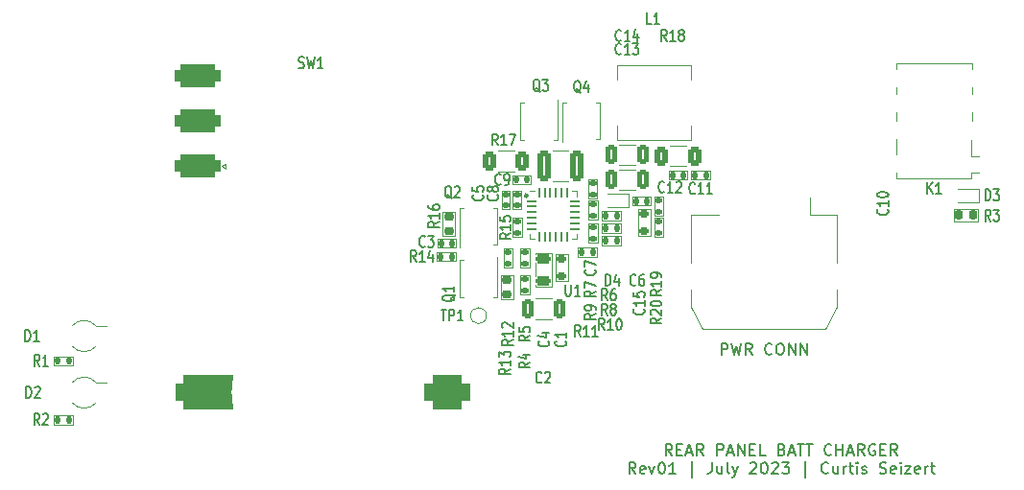
<source format=gto>
%TF.GenerationSoftware,KiCad,Pcbnew,(6.0.11)*%
%TF.CreationDate,2023-07-06T01:04:48-04:00*%
%TF.ProjectId,RP_CHG_r01,52505f43-4847-45f7-9230-312e6b696361,rev?*%
%TF.SameCoordinates,Original*%
%TF.FileFunction,Legend,Top*%
%TF.FilePolarity,Positive*%
%FSLAX46Y46*%
G04 Gerber Fmt 4.6, Leading zero omitted, Abs format (unit mm)*
G04 Created by KiCad (PCBNEW (6.0.11)) date 2023-07-06 01:04:48*
%MOMM*%
%LPD*%
G01*
G04 APERTURE LIST*
G04 Aperture macros list*
%AMRoundRect*
0 Rectangle with rounded corners*
0 $1 Rounding radius*
0 $2 $3 $4 $5 $6 $7 $8 $9 X,Y pos of 4 corners*
0 Add a 4 corners polygon primitive as box body*
4,1,4,$2,$3,$4,$5,$6,$7,$8,$9,$2,$3,0*
0 Add four circle primitives for the rounded corners*
1,1,$1+$1,$2,$3*
1,1,$1+$1,$4,$5*
1,1,$1+$1,$6,$7*
1,1,$1+$1,$8,$9*
0 Add four rect primitives between the rounded corners*
20,1,$1+$1,$2,$3,$4,$5,0*
20,1,$1+$1,$4,$5,$6,$7,0*
20,1,$1+$1,$6,$7,$8,$9,0*
20,1,$1+$1,$8,$9,$2,$3,0*%
%AMFreePoly0*
4,1,21,1.372500,0.787500,0.862500,0.787500,0.862500,0.532500,1.372500,0.532500,1.372500,0.127500,0.862500,0.127500,0.862500,-0.127500,1.372500,-0.127500,1.372500,-0.532500,0.862500,-0.532500,0.862500,-0.787500,1.372500,-0.787500,1.372500,-1.195000,0.612500,-1.195000,0.612500,-1.117500,-0.862500,-1.117500,-0.862500,1.117500,0.612500,1.117500,0.612500,1.195000,1.372500,1.195000,
1.372500,0.787500,1.372500,0.787500,$1*%
G04 Aperture macros list end*
%ADD10C,0.150000*%
%ADD11C,0.225000*%
%ADD12C,0.120000*%
%ADD13RoundRect,0.062500X-0.375000X-0.062500X0.375000X-0.062500X0.375000X0.062500X-0.375000X0.062500X0*%
%ADD14RoundRect,0.062500X-0.062500X-0.375000X0.062500X-0.375000X0.062500X0.375000X-0.062500X0.375000X0*%
%ADD15R,2.500000X2.500000*%
%ADD16RoundRect,0.750000X-1.250000X-0.750000X1.250000X-0.750000X1.250000X0.750000X-1.250000X0.750000X0*%
%ADD17RoundRect,0.750000X-2.250000X-0.750000X2.250000X-0.750000X2.250000X0.750000X-2.250000X0.750000X0*%
%ADD18C,14.000000*%
%ADD19RoundRect,0.500000X1.500000X0.500000X-1.500000X0.500000X-1.500000X-0.500000X1.500000X-0.500000X0*%
%ADD20RoundRect,0.135000X0.185000X-0.135000X0.185000X0.135000X-0.185000X0.135000X-0.185000X-0.135000X0*%
%ADD21RoundRect,0.150000X0.150000X0.300000X-0.150000X0.300000X-0.150000X-0.300000X0.150000X-0.300000X0*%
%ADD22RoundRect,0.135000X0.135000X0.185000X-0.135000X0.185000X-0.135000X-0.185000X0.135000X-0.185000X0*%
%ADD23R,1.800000X0.800000*%
%ADD24C,7.500000*%
%ADD25R,0.600000X0.700000*%
%ADD26C,2.100000*%
%ADD27R,0.500000X0.700000*%
%ADD28R,1.270000X2.920000*%
%ADD29R,3.430000X1.650000*%
%ADD30FreePoly0,90.000000*%
%ADD31R,0.405000X0.990000*%
%ADD32RoundRect,0.250000X0.312500X0.625000X-0.312500X0.625000X-0.312500X-0.625000X0.312500X-0.625000X0*%
%ADD33RoundRect,0.217391X-0.282609X-0.657609X0.282609X-0.657609X0.282609X0.657609X-0.282609X0.657609X0*%
%ADD34C,7.000000*%
%ADD35RoundRect,0.140000X-0.170000X0.140000X-0.170000X-0.140000X0.170000X-0.140000X0.170000X0.140000X0*%
%ADD36RoundRect,0.140000X0.140000X0.170000X-0.140000X0.170000X-0.140000X-0.170000X0.140000X-0.170000X0*%
%ADD37RoundRect,0.200000X-0.475000X0.200000X-0.475000X-0.200000X0.475000X-0.200000X0.475000X0.200000X0*%
%ADD38RoundRect,0.217391X0.282609X0.657609X-0.282609X0.657609X-0.282609X-0.657609X0.282609X-0.657609X0*%
%ADD39RoundRect,0.140000X0.170000X-0.140000X0.170000X0.140000X-0.170000X0.140000X-0.170000X-0.140000X0*%
%ADD40RoundRect,0.175000X-0.275000X0.175000X-0.275000X-0.175000X0.275000X-0.175000X0.275000X0.175000X0*%
%ADD41RoundRect,0.250000X-0.325000X-1.100000X0.325000X-1.100000X0.325000X1.100000X-0.325000X1.100000X0*%
%ADD42RoundRect,0.135000X-0.135000X-0.185000X0.135000X-0.185000X0.135000X0.185000X-0.135000X0.185000X0*%
%ADD43R,2.413000X3.429000*%
%ADD44RoundRect,0.150000X-0.300000X0.150000X-0.300000X-0.150000X0.300000X-0.150000X0.300000X0.150000X0*%
%ADD45RoundRect,0.140000X-0.140000X-0.170000X0.140000X-0.170000X0.140000X0.170000X-0.140000X0.170000X0*%
%ADD46RoundRect,0.135000X-0.185000X0.135000X-0.185000X-0.135000X0.185000X-0.135000X0.185000X0.135000X0*%
%ADD47FreePoly0,270.000000*%
%ADD48RoundRect,0.250000X-0.312500X-0.625000X0.312500X-0.625000X0.312500X0.625000X-0.312500X0.625000X0*%
%ADD49C,1.000000*%
%ADD50RoundRect,0.150000X0.300000X-0.150000X0.300000X0.150000X-0.300000X0.150000X-0.300000X-0.150000X0*%
G04 APERTURE END LIST*
D10*
X96284285Y-73627380D02*
X96284285Y-72627380D01*
X96665238Y-72627380D01*
X96760476Y-72675000D01*
X96808095Y-72722619D01*
X96855714Y-72817857D01*
X96855714Y-72960714D01*
X96808095Y-73055952D01*
X96760476Y-73103571D01*
X96665238Y-73151190D01*
X96284285Y-73151190D01*
X97189047Y-72627380D02*
X97427142Y-73627380D01*
X97617619Y-72913095D01*
X97808095Y-73627380D01*
X98046190Y-72627380D01*
X98998571Y-73627380D02*
X98665238Y-73151190D01*
X98427142Y-73627380D02*
X98427142Y-72627380D01*
X98808095Y-72627380D01*
X98903333Y-72675000D01*
X98950952Y-72722619D01*
X98998571Y-72817857D01*
X98998571Y-72960714D01*
X98950952Y-73055952D01*
X98903333Y-73103571D01*
X98808095Y-73151190D01*
X98427142Y-73151190D01*
X100760476Y-73532142D02*
X100712857Y-73579761D01*
X100570000Y-73627380D01*
X100474761Y-73627380D01*
X100331904Y-73579761D01*
X100236666Y-73484523D01*
X100189047Y-73389285D01*
X100141428Y-73198809D01*
X100141428Y-73055952D01*
X100189047Y-72865476D01*
X100236666Y-72770238D01*
X100331904Y-72675000D01*
X100474761Y-72627380D01*
X100570000Y-72627380D01*
X100712857Y-72675000D01*
X100760476Y-72722619D01*
X101379523Y-72627380D02*
X101570000Y-72627380D01*
X101665238Y-72675000D01*
X101760476Y-72770238D01*
X101808095Y-72960714D01*
X101808095Y-73294047D01*
X101760476Y-73484523D01*
X101665238Y-73579761D01*
X101570000Y-73627380D01*
X101379523Y-73627380D01*
X101284285Y-73579761D01*
X101189047Y-73484523D01*
X101141428Y-73294047D01*
X101141428Y-72960714D01*
X101189047Y-72770238D01*
X101284285Y-72675000D01*
X101379523Y-72627380D01*
X102236666Y-73627380D02*
X102236666Y-72627380D01*
X102808095Y-73627380D01*
X102808095Y-72627380D01*
X103284285Y-73627380D02*
X103284285Y-72627380D01*
X103855714Y-73627380D01*
X103855714Y-72627380D01*
X91950952Y-82522380D02*
X91617619Y-82046190D01*
X91379523Y-82522380D02*
X91379523Y-81522380D01*
X91760476Y-81522380D01*
X91855714Y-81570000D01*
X91903333Y-81617619D01*
X91950952Y-81712857D01*
X91950952Y-81855714D01*
X91903333Y-81950952D01*
X91855714Y-81998571D01*
X91760476Y-82046190D01*
X91379523Y-82046190D01*
X92379523Y-81998571D02*
X92712857Y-81998571D01*
X92855714Y-82522380D02*
X92379523Y-82522380D01*
X92379523Y-81522380D01*
X92855714Y-81522380D01*
X93236666Y-82236666D02*
X93712857Y-82236666D01*
X93141428Y-82522380D02*
X93474761Y-81522380D01*
X93808095Y-82522380D01*
X94712857Y-82522380D02*
X94379523Y-82046190D01*
X94141428Y-82522380D02*
X94141428Y-81522380D01*
X94522380Y-81522380D01*
X94617619Y-81570000D01*
X94665238Y-81617619D01*
X94712857Y-81712857D01*
X94712857Y-81855714D01*
X94665238Y-81950952D01*
X94617619Y-81998571D01*
X94522380Y-82046190D01*
X94141428Y-82046190D01*
X95903333Y-82522380D02*
X95903333Y-81522380D01*
X96284285Y-81522380D01*
X96379523Y-81570000D01*
X96427142Y-81617619D01*
X96474761Y-81712857D01*
X96474761Y-81855714D01*
X96427142Y-81950952D01*
X96379523Y-81998571D01*
X96284285Y-82046190D01*
X95903333Y-82046190D01*
X96855714Y-82236666D02*
X97331904Y-82236666D01*
X96760476Y-82522380D02*
X97093809Y-81522380D01*
X97427142Y-82522380D01*
X97760476Y-82522380D02*
X97760476Y-81522380D01*
X98331904Y-82522380D01*
X98331904Y-81522380D01*
X98808095Y-81998571D02*
X99141428Y-81998571D01*
X99284285Y-82522380D02*
X98808095Y-82522380D01*
X98808095Y-81522380D01*
X99284285Y-81522380D01*
X100189047Y-82522380D02*
X99712857Y-82522380D01*
X99712857Y-81522380D01*
X101617619Y-81998571D02*
X101760476Y-82046190D01*
X101808095Y-82093809D01*
X101855714Y-82189047D01*
X101855714Y-82331904D01*
X101808095Y-82427142D01*
X101760476Y-82474761D01*
X101665238Y-82522380D01*
X101284285Y-82522380D01*
X101284285Y-81522380D01*
X101617619Y-81522380D01*
X101712857Y-81570000D01*
X101760476Y-81617619D01*
X101808095Y-81712857D01*
X101808095Y-81808095D01*
X101760476Y-81903333D01*
X101712857Y-81950952D01*
X101617619Y-81998571D01*
X101284285Y-81998571D01*
X102236666Y-82236666D02*
X102712857Y-82236666D01*
X102141428Y-82522380D02*
X102474761Y-81522380D01*
X102808095Y-82522380D01*
X102998571Y-81522380D02*
X103570000Y-81522380D01*
X103284285Y-82522380D02*
X103284285Y-81522380D01*
X103760476Y-81522380D02*
X104331904Y-81522380D01*
X104046190Y-82522380D02*
X104046190Y-81522380D01*
X105998571Y-82427142D02*
X105950952Y-82474761D01*
X105808095Y-82522380D01*
X105712857Y-82522380D01*
X105569999Y-82474761D01*
X105474761Y-82379523D01*
X105427142Y-82284285D01*
X105379523Y-82093809D01*
X105379523Y-81950952D01*
X105427142Y-81760476D01*
X105474761Y-81665238D01*
X105569999Y-81570000D01*
X105712857Y-81522380D01*
X105808095Y-81522380D01*
X105950952Y-81570000D01*
X105998571Y-81617619D01*
X106427142Y-82522380D02*
X106427142Y-81522380D01*
X106427142Y-81998571D02*
X106998571Y-81998571D01*
X106998571Y-82522380D02*
X106998571Y-81522380D01*
X107427142Y-82236666D02*
X107903333Y-82236666D01*
X107331904Y-82522380D02*
X107665238Y-81522380D01*
X107998571Y-82522380D01*
X108903333Y-82522380D02*
X108570000Y-82046190D01*
X108331904Y-82522380D02*
X108331904Y-81522380D01*
X108712857Y-81522380D01*
X108808095Y-81570000D01*
X108855714Y-81617619D01*
X108903333Y-81712857D01*
X108903333Y-81855714D01*
X108855714Y-81950952D01*
X108808095Y-81998571D01*
X108712857Y-82046190D01*
X108331904Y-82046190D01*
X109855714Y-81570000D02*
X109760476Y-81522380D01*
X109617619Y-81522380D01*
X109474761Y-81570000D01*
X109379523Y-81665238D01*
X109331904Y-81760476D01*
X109284285Y-81950952D01*
X109284285Y-82093809D01*
X109331904Y-82284285D01*
X109379523Y-82379523D01*
X109474761Y-82474761D01*
X109617619Y-82522380D01*
X109712857Y-82522380D01*
X109855714Y-82474761D01*
X109903333Y-82427142D01*
X109903333Y-82093809D01*
X109712857Y-82093809D01*
X110331904Y-81998571D02*
X110665238Y-81998571D01*
X110808095Y-82522380D02*
X110331904Y-82522380D01*
X110331904Y-81522380D01*
X110808095Y-81522380D01*
X111808095Y-82522380D02*
X111474761Y-82046190D01*
X111236666Y-82522380D02*
X111236666Y-81522380D01*
X111617619Y-81522380D01*
X111712857Y-81570000D01*
X111760476Y-81617619D01*
X111808095Y-81712857D01*
X111808095Y-81855714D01*
X111760476Y-81950952D01*
X111712857Y-81998571D01*
X111617619Y-82046190D01*
X111236666Y-82046190D01*
X88736666Y-84132380D02*
X88403333Y-83656190D01*
X88165238Y-84132380D02*
X88165238Y-83132380D01*
X88546190Y-83132380D01*
X88641428Y-83180000D01*
X88689047Y-83227619D01*
X88736666Y-83322857D01*
X88736666Y-83465714D01*
X88689047Y-83560952D01*
X88641428Y-83608571D01*
X88546190Y-83656190D01*
X88165238Y-83656190D01*
X89546190Y-84084761D02*
X89450952Y-84132380D01*
X89260476Y-84132380D01*
X89165238Y-84084761D01*
X89117619Y-83989523D01*
X89117619Y-83608571D01*
X89165238Y-83513333D01*
X89260476Y-83465714D01*
X89450952Y-83465714D01*
X89546190Y-83513333D01*
X89593809Y-83608571D01*
X89593809Y-83703809D01*
X89117619Y-83799047D01*
X89927142Y-83465714D02*
X90165238Y-84132380D01*
X90403333Y-83465714D01*
X90974761Y-83132380D02*
X91070000Y-83132380D01*
X91165238Y-83180000D01*
X91212857Y-83227619D01*
X91260476Y-83322857D01*
X91308095Y-83513333D01*
X91308095Y-83751428D01*
X91260476Y-83941904D01*
X91212857Y-84037142D01*
X91165238Y-84084761D01*
X91070000Y-84132380D01*
X90974761Y-84132380D01*
X90879523Y-84084761D01*
X90831904Y-84037142D01*
X90784285Y-83941904D01*
X90736666Y-83751428D01*
X90736666Y-83513333D01*
X90784285Y-83322857D01*
X90831904Y-83227619D01*
X90879523Y-83180000D01*
X90974761Y-83132380D01*
X92260476Y-84132380D02*
X91689047Y-84132380D01*
X91974761Y-84132380D02*
X91974761Y-83132380D01*
X91879523Y-83275238D01*
X91784285Y-83370476D01*
X91689047Y-83418095D01*
X93689047Y-84465714D02*
X93689047Y-83037142D01*
X95450952Y-83132380D02*
X95450952Y-83846666D01*
X95403333Y-83989523D01*
X95308095Y-84084761D01*
X95165238Y-84132380D01*
X95070000Y-84132380D01*
X96355714Y-83465714D02*
X96355714Y-84132380D01*
X95927142Y-83465714D02*
X95927142Y-83989523D01*
X95974761Y-84084761D01*
X96070000Y-84132380D01*
X96212857Y-84132380D01*
X96308095Y-84084761D01*
X96355714Y-84037142D01*
X96974761Y-84132380D02*
X96879523Y-84084761D01*
X96831904Y-83989523D01*
X96831904Y-83132380D01*
X97260476Y-83465714D02*
X97498571Y-84132380D01*
X97736666Y-83465714D02*
X97498571Y-84132380D01*
X97403333Y-84370476D01*
X97355714Y-84418095D01*
X97260476Y-84465714D01*
X98831904Y-83227619D02*
X98879523Y-83180000D01*
X98974761Y-83132380D01*
X99212857Y-83132380D01*
X99308095Y-83180000D01*
X99355714Y-83227619D01*
X99403333Y-83322857D01*
X99403333Y-83418095D01*
X99355714Y-83560952D01*
X98784285Y-84132380D01*
X99403333Y-84132380D01*
X100022380Y-83132380D02*
X100117619Y-83132380D01*
X100212857Y-83180000D01*
X100260476Y-83227619D01*
X100308095Y-83322857D01*
X100355714Y-83513333D01*
X100355714Y-83751428D01*
X100308095Y-83941904D01*
X100260476Y-84037142D01*
X100212857Y-84084761D01*
X100117619Y-84132380D01*
X100022380Y-84132380D01*
X99927142Y-84084761D01*
X99879523Y-84037142D01*
X99831904Y-83941904D01*
X99784285Y-83751428D01*
X99784285Y-83513333D01*
X99831904Y-83322857D01*
X99879523Y-83227619D01*
X99927142Y-83180000D01*
X100022380Y-83132380D01*
X100736666Y-83227619D02*
X100784285Y-83180000D01*
X100879523Y-83132380D01*
X101117619Y-83132380D01*
X101212857Y-83180000D01*
X101260476Y-83227619D01*
X101308095Y-83322857D01*
X101308095Y-83418095D01*
X101260476Y-83560952D01*
X100689047Y-84132380D01*
X101308095Y-84132380D01*
X101641428Y-83132380D02*
X102260476Y-83132380D01*
X101927142Y-83513333D01*
X102069999Y-83513333D01*
X102165238Y-83560952D01*
X102212857Y-83608571D01*
X102260476Y-83703809D01*
X102260476Y-83941904D01*
X102212857Y-84037142D01*
X102165238Y-84084761D01*
X102069999Y-84132380D01*
X101784285Y-84132380D01*
X101689047Y-84084761D01*
X101641428Y-84037142D01*
X103689047Y-84465714D02*
X103689047Y-83037142D01*
X105736666Y-84037142D02*
X105689047Y-84084761D01*
X105546190Y-84132380D01*
X105450952Y-84132380D01*
X105308095Y-84084761D01*
X105212857Y-83989523D01*
X105165238Y-83894285D01*
X105117619Y-83703809D01*
X105117619Y-83560952D01*
X105165238Y-83370476D01*
X105212857Y-83275238D01*
X105308095Y-83180000D01*
X105450952Y-83132380D01*
X105546190Y-83132380D01*
X105689047Y-83180000D01*
X105736666Y-83227619D01*
X106593809Y-83465714D02*
X106593809Y-84132380D01*
X106165238Y-83465714D02*
X106165238Y-83989523D01*
X106212857Y-84084761D01*
X106308095Y-84132380D01*
X106450952Y-84132380D01*
X106546190Y-84084761D01*
X106593809Y-84037142D01*
X107069999Y-84132380D02*
X107069999Y-83465714D01*
X107069999Y-83656190D02*
X107117619Y-83560952D01*
X107165238Y-83513333D01*
X107260476Y-83465714D01*
X107355714Y-83465714D01*
X107546190Y-83465714D02*
X107927142Y-83465714D01*
X107689047Y-83132380D02*
X107689047Y-83989523D01*
X107736666Y-84084761D01*
X107831904Y-84132380D01*
X107927142Y-84132380D01*
X108260476Y-84132380D02*
X108260476Y-83465714D01*
X108260476Y-83132380D02*
X108212857Y-83180000D01*
X108260476Y-83227619D01*
X108308095Y-83180000D01*
X108260476Y-83132380D01*
X108260476Y-83227619D01*
X108689047Y-84084761D02*
X108784285Y-84132380D01*
X108974761Y-84132380D01*
X109069999Y-84084761D01*
X109117619Y-83989523D01*
X109117619Y-83941904D01*
X109069999Y-83846666D01*
X108974761Y-83799047D01*
X108831904Y-83799047D01*
X108736666Y-83751428D01*
X108689047Y-83656190D01*
X108689047Y-83608571D01*
X108736666Y-83513333D01*
X108831904Y-83465714D01*
X108974761Y-83465714D01*
X109069999Y-83513333D01*
X110260476Y-84084761D02*
X110403333Y-84132380D01*
X110641428Y-84132380D01*
X110736666Y-84084761D01*
X110784285Y-84037142D01*
X110831904Y-83941904D01*
X110831904Y-83846666D01*
X110784285Y-83751428D01*
X110736666Y-83703809D01*
X110641428Y-83656190D01*
X110450952Y-83608571D01*
X110355714Y-83560952D01*
X110308095Y-83513333D01*
X110260476Y-83418095D01*
X110260476Y-83322857D01*
X110308095Y-83227619D01*
X110355714Y-83180000D01*
X110450952Y-83132380D01*
X110689047Y-83132380D01*
X110831904Y-83180000D01*
X111641428Y-84084761D02*
X111546190Y-84132380D01*
X111355714Y-84132380D01*
X111260476Y-84084761D01*
X111212857Y-83989523D01*
X111212857Y-83608571D01*
X111260476Y-83513333D01*
X111355714Y-83465714D01*
X111546190Y-83465714D01*
X111641428Y-83513333D01*
X111689047Y-83608571D01*
X111689047Y-83703809D01*
X111212857Y-83799047D01*
X112117619Y-84132380D02*
X112117619Y-83465714D01*
X112117619Y-83132380D02*
X112069999Y-83180000D01*
X112117619Y-83227619D01*
X112165238Y-83180000D01*
X112117619Y-83132380D01*
X112117619Y-83227619D01*
X112498571Y-83465714D02*
X113022380Y-83465714D01*
X112498571Y-84132380D01*
X113022380Y-84132380D01*
X113784285Y-84084761D02*
X113689047Y-84132380D01*
X113498571Y-84132380D01*
X113403333Y-84084761D01*
X113355714Y-83989523D01*
X113355714Y-83608571D01*
X113403333Y-83513333D01*
X113498571Y-83465714D01*
X113689047Y-83465714D01*
X113784285Y-83513333D01*
X113831904Y-83608571D01*
X113831904Y-83703809D01*
X113355714Y-83799047D01*
X114260476Y-84132380D02*
X114260476Y-83465714D01*
X114260476Y-83656190D02*
X114308095Y-83560952D01*
X114355714Y-83513333D01*
X114450952Y-83465714D01*
X114546190Y-83465714D01*
X114736666Y-83465714D02*
X115117619Y-83465714D01*
X114879523Y-83132380D02*
X114879523Y-83989523D01*
X114927142Y-84084761D01*
X115022380Y-84132380D01*
X115117619Y-84132380D01*
D11*
X79182500Y-59575000D02*
G75*
G03*
X79182500Y-59575000I-112500J0D01*
G01*
D10*
%TO.C,U1*%
X82560476Y-67427380D02*
X82560476Y-68236904D01*
X82598571Y-68332142D01*
X82636666Y-68379761D01*
X82712857Y-68427380D01*
X82865238Y-68427380D01*
X82941428Y-68379761D01*
X82979523Y-68332142D01*
X83017619Y-68236904D01*
X83017619Y-67427380D01*
X83817619Y-68427380D02*
X83360476Y-68427380D01*
X83589047Y-68427380D02*
X83589047Y-67427380D01*
X83512857Y-67570238D01*
X83436666Y-67665476D01*
X83360476Y-67713095D01*
%TO.C,SW1*%
X59003333Y-48279761D02*
X59117619Y-48327380D01*
X59308095Y-48327380D01*
X59384285Y-48279761D01*
X59422380Y-48232142D01*
X59460476Y-48136904D01*
X59460476Y-48041666D01*
X59422380Y-47946428D01*
X59384285Y-47898809D01*
X59308095Y-47851190D01*
X59155714Y-47803571D01*
X59079523Y-47755952D01*
X59041428Y-47708333D01*
X59003333Y-47613095D01*
X59003333Y-47517857D01*
X59041428Y-47422619D01*
X59079523Y-47375000D01*
X59155714Y-47327380D01*
X59346190Y-47327380D01*
X59460476Y-47375000D01*
X59727142Y-47327380D02*
X59917619Y-48327380D01*
X60070000Y-47613095D01*
X60222380Y-48327380D01*
X60412857Y-47327380D01*
X61136666Y-48327380D02*
X60679523Y-48327380D01*
X60908095Y-48327380D02*
X60908095Y-47327380D01*
X60831904Y-47470238D01*
X60755714Y-47565476D01*
X60679523Y-47613095D01*
%TO.C,R12*%
X77909880Y-72301785D02*
X77433690Y-72568452D01*
X77909880Y-72758928D02*
X76909880Y-72758928D01*
X76909880Y-72454166D01*
X76957500Y-72377976D01*
X77005119Y-72339880D01*
X77100357Y-72301785D01*
X77243214Y-72301785D01*
X77338452Y-72339880D01*
X77386071Y-72377976D01*
X77433690Y-72454166D01*
X77433690Y-72758928D01*
X77909880Y-71539880D02*
X77909880Y-71997023D01*
X77909880Y-71768452D02*
X76909880Y-71768452D01*
X77052738Y-71844642D01*
X77147976Y-71920833D01*
X77195595Y-71997023D01*
X77005119Y-71235119D02*
X76957500Y-71197023D01*
X76909880Y-71120833D01*
X76909880Y-70930357D01*
X76957500Y-70854166D01*
X77005119Y-70816071D01*
X77100357Y-70777976D01*
X77195595Y-70777976D01*
X77338452Y-70816071D01*
X77909880Y-71273214D01*
X77909880Y-70777976D01*
%TO.C,R3*%
X120036666Y-61827380D02*
X119770000Y-61351190D01*
X119579523Y-61827380D02*
X119579523Y-60827380D01*
X119884285Y-60827380D01*
X119960476Y-60875000D01*
X119998571Y-60922619D01*
X120036666Y-61017857D01*
X120036666Y-61160714D01*
X119998571Y-61255952D01*
X119960476Y-61303571D01*
X119884285Y-61351190D01*
X119579523Y-61351190D01*
X120303333Y-60827380D02*
X120798571Y-60827380D01*
X120531904Y-61208333D01*
X120646190Y-61208333D01*
X120722380Y-61255952D01*
X120760476Y-61303571D01*
X120798571Y-61398809D01*
X120798571Y-61636904D01*
X120760476Y-61732142D01*
X120722380Y-61779761D01*
X120646190Y-61827380D01*
X120417619Y-61827380D01*
X120341428Y-61779761D01*
X120303333Y-61732142D01*
%TO.C,R2*%
X36136666Y-79827380D02*
X35870000Y-79351190D01*
X35679523Y-79827380D02*
X35679523Y-78827380D01*
X35984285Y-78827380D01*
X36060476Y-78875000D01*
X36098571Y-78922619D01*
X36136666Y-79017857D01*
X36136666Y-79160714D01*
X36098571Y-79255952D01*
X36060476Y-79303571D01*
X35984285Y-79351190D01*
X35679523Y-79351190D01*
X36441428Y-78922619D02*
X36479523Y-78875000D01*
X36555714Y-78827380D01*
X36746190Y-78827380D01*
X36822380Y-78875000D01*
X36860476Y-78922619D01*
X36898571Y-79017857D01*
X36898571Y-79113095D01*
X36860476Y-79255952D01*
X36403333Y-79827380D01*
X36898571Y-79827380D01*
%TO.C,R1*%
X36136666Y-74627380D02*
X35870000Y-74151190D01*
X35679523Y-74627380D02*
X35679523Y-73627380D01*
X35984285Y-73627380D01*
X36060476Y-73675000D01*
X36098571Y-73722619D01*
X36136666Y-73817857D01*
X36136666Y-73960714D01*
X36098571Y-74055952D01*
X36060476Y-74103571D01*
X35984285Y-74151190D01*
X35679523Y-74151190D01*
X36898571Y-74627380D02*
X36441428Y-74627380D01*
X36670000Y-74627380D02*
X36670000Y-73627380D01*
X36593809Y-73770238D01*
X36517619Y-73865476D01*
X36441428Y-73913095D01*
%TO.C,K1*%
X114479523Y-59427380D02*
X114479523Y-58427380D01*
X114936666Y-59427380D02*
X114593809Y-58855952D01*
X114936666Y-58427380D02*
X114479523Y-58998809D01*
X115698571Y-59427380D02*
X115241428Y-59427380D01*
X115470000Y-59427380D02*
X115470000Y-58427380D01*
X115393809Y-58570238D01*
X115317619Y-58665476D01*
X115241428Y-58713095D01*
%TO.C,D3*%
X119579523Y-60027380D02*
X119579523Y-59027380D01*
X119770000Y-59027380D01*
X119884285Y-59075000D01*
X119960476Y-59170238D01*
X119998571Y-59265476D01*
X120036666Y-59455952D01*
X120036666Y-59598809D01*
X119998571Y-59789285D01*
X119960476Y-59884523D01*
X119884285Y-59979761D01*
X119770000Y-60027380D01*
X119579523Y-60027380D01*
X120303333Y-59027380D02*
X120798571Y-59027380D01*
X120531904Y-59408333D01*
X120646190Y-59408333D01*
X120722380Y-59455952D01*
X120760476Y-59503571D01*
X120798571Y-59598809D01*
X120798571Y-59836904D01*
X120760476Y-59932142D01*
X120722380Y-59979761D01*
X120646190Y-60027380D01*
X120417619Y-60027380D01*
X120341428Y-59979761D01*
X120303333Y-59932142D01*
%TO.C,D2*%
X34979523Y-77427380D02*
X34979523Y-76427380D01*
X35170000Y-76427380D01*
X35284285Y-76475000D01*
X35360476Y-76570238D01*
X35398571Y-76665476D01*
X35436666Y-76855952D01*
X35436666Y-76998809D01*
X35398571Y-77189285D01*
X35360476Y-77284523D01*
X35284285Y-77379761D01*
X35170000Y-77427380D01*
X34979523Y-77427380D01*
X35741428Y-76522619D02*
X35779523Y-76475000D01*
X35855714Y-76427380D01*
X36046190Y-76427380D01*
X36122380Y-76475000D01*
X36160476Y-76522619D01*
X36198571Y-76617857D01*
X36198571Y-76713095D01*
X36160476Y-76855952D01*
X35703333Y-77427380D01*
X36198571Y-77427380D01*
%TO.C,D1*%
X34879523Y-72427380D02*
X34879523Y-71427380D01*
X35070000Y-71427380D01*
X35184285Y-71475000D01*
X35260476Y-71570238D01*
X35298571Y-71665476D01*
X35336666Y-71855952D01*
X35336666Y-71998809D01*
X35298571Y-72189285D01*
X35260476Y-72284523D01*
X35184285Y-72379761D01*
X35070000Y-72427380D01*
X34879523Y-72427380D01*
X36098571Y-72427380D02*
X35641428Y-72427380D01*
X35870000Y-72427380D02*
X35870000Y-71427380D01*
X35793809Y-71570238D01*
X35717619Y-71665476D01*
X35641428Y-71713095D01*
%TO.C,Q4*%
X83893809Y-50522619D02*
X83817619Y-50475000D01*
X83741428Y-50379761D01*
X83627142Y-50236904D01*
X83550952Y-50189285D01*
X83474761Y-50189285D01*
X83512857Y-50427380D02*
X83436666Y-50379761D01*
X83360476Y-50284523D01*
X83322380Y-50094047D01*
X83322380Y-49760714D01*
X83360476Y-49570238D01*
X83436666Y-49475000D01*
X83512857Y-49427380D01*
X83665238Y-49427380D01*
X83741428Y-49475000D01*
X83817619Y-49570238D01*
X83855714Y-49760714D01*
X83855714Y-50094047D01*
X83817619Y-50284523D01*
X83741428Y-50379761D01*
X83665238Y-50427380D01*
X83512857Y-50427380D01*
X84541428Y-49760714D02*
X84541428Y-50427380D01*
X84350952Y-49379761D02*
X84160476Y-50094047D01*
X84655714Y-50094047D01*
%TO.C,R17*%
X76555714Y-55127380D02*
X76289047Y-54651190D01*
X76098571Y-55127380D02*
X76098571Y-54127380D01*
X76403333Y-54127380D01*
X76479523Y-54175000D01*
X76517619Y-54222619D01*
X76555714Y-54317857D01*
X76555714Y-54460714D01*
X76517619Y-54555952D01*
X76479523Y-54603571D01*
X76403333Y-54651190D01*
X76098571Y-54651190D01*
X77317619Y-55127380D02*
X76860476Y-55127380D01*
X77089047Y-55127380D02*
X77089047Y-54127380D01*
X77012857Y-54270238D01*
X76936666Y-54365476D01*
X76860476Y-54413095D01*
X77584285Y-54127380D02*
X78117619Y-54127380D01*
X77774761Y-55127380D01*
%TO.C,R8*%
X86236666Y-70127380D02*
X85970000Y-69651190D01*
X85779523Y-70127380D02*
X85779523Y-69127380D01*
X86084285Y-69127380D01*
X86160476Y-69175000D01*
X86198571Y-69222619D01*
X86236666Y-69317857D01*
X86236666Y-69460714D01*
X86198571Y-69555952D01*
X86160476Y-69603571D01*
X86084285Y-69651190D01*
X85779523Y-69651190D01*
X86693809Y-69555952D02*
X86617619Y-69508333D01*
X86579523Y-69460714D01*
X86541428Y-69365476D01*
X86541428Y-69317857D01*
X86579523Y-69222619D01*
X86617619Y-69175000D01*
X86693809Y-69127380D01*
X86846190Y-69127380D01*
X86922380Y-69175000D01*
X86960476Y-69222619D01*
X86998571Y-69317857D01*
X86998571Y-69365476D01*
X86960476Y-69460714D01*
X86922380Y-69508333D01*
X86846190Y-69555952D01*
X86693809Y-69555952D01*
X86617619Y-69603571D01*
X86579523Y-69651190D01*
X86541428Y-69746428D01*
X86541428Y-69936904D01*
X86579523Y-70032142D01*
X86617619Y-70079761D01*
X86693809Y-70127380D01*
X86846190Y-70127380D01*
X86922380Y-70079761D01*
X86960476Y-70032142D01*
X86998571Y-69936904D01*
X86998571Y-69746428D01*
X86960476Y-69651190D01*
X86922380Y-69603571D01*
X86846190Y-69555952D01*
%TO.C,C2*%
X80436666Y-76032142D02*
X80398571Y-76079761D01*
X80284285Y-76127380D01*
X80208095Y-76127380D01*
X80093809Y-76079761D01*
X80017619Y-75984523D01*
X79979523Y-75889285D01*
X79941428Y-75698809D01*
X79941428Y-75555952D01*
X79979523Y-75365476D01*
X80017619Y-75270238D01*
X80093809Y-75175000D01*
X80208095Y-75127380D01*
X80284285Y-75127380D01*
X80398571Y-75175000D01*
X80436666Y-75222619D01*
X80741428Y-75222619D02*
X80779523Y-75175000D01*
X80855714Y-75127380D01*
X81046190Y-75127380D01*
X81122380Y-75175000D01*
X81160476Y-75222619D01*
X81198571Y-75317857D01*
X81198571Y-75413095D01*
X81160476Y-75555952D01*
X80703333Y-76127380D01*
X81198571Y-76127380D01*
%TO.C,R4*%
X79422380Y-74308333D02*
X78946190Y-74575000D01*
X79422380Y-74765476D02*
X78422380Y-74765476D01*
X78422380Y-74460714D01*
X78470000Y-74384523D01*
X78517619Y-74346428D01*
X78612857Y-74308333D01*
X78755714Y-74308333D01*
X78850952Y-74346428D01*
X78898571Y-74384523D01*
X78946190Y-74460714D01*
X78946190Y-74765476D01*
X78755714Y-73622619D02*
X79422380Y-73622619D01*
X78374761Y-73813095D02*
X79089047Y-74003571D01*
X79089047Y-73508333D01*
%TO.C,R20*%
X91022380Y-70389285D02*
X90546190Y-70655952D01*
X91022380Y-70846428D02*
X90022380Y-70846428D01*
X90022380Y-70541666D01*
X90070000Y-70465476D01*
X90117619Y-70427380D01*
X90212857Y-70389285D01*
X90355714Y-70389285D01*
X90450952Y-70427380D01*
X90498571Y-70465476D01*
X90546190Y-70541666D01*
X90546190Y-70846428D01*
X90117619Y-70084523D02*
X90070000Y-70046428D01*
X90022380Y-69970238D01*
X90022380Y-69779761D01*
X90070000Y-69703571D01*
X90117619Y-69665476D01*
X90212857Y-69627380D01*
X90308095Y-69627380D01*
X90450952Y-69665476D01*
X91022380Y-70122619D01*
X91022380Y-69627380D01*
X90022380Y-69132142D02*
X90022380Y-69055952D01*
X90070000Y-68979761D01*
X90117619Y-68941666D01*
X90212857Y-68903571D01*
X90403333Y-68865476D01*
X90641428Y-68865476D01*
X90831904Y-68903571D01*
X90927142Y-68941666D01*
X90974761Y-68979761D01*
X91022380Y-69055952D01*
X91022380Y-69132142D01*
X90974761Y-69208333D01*
X90927142Y-69246428D01*
X90831904Y-69284523D01*
X90641428Y-69322619D01*
X90403333Y-69322619D01*
X90212857Y-69284523D01*
X90117619Y-69246428D01*
X90070000Y-69208333D01*
X90022380Y-69132142D01*
%TO.C,Q2*%
X72493809Y-59822619D02*
X72417619Y-59775000D01*
X72341428Y-59679761D01*
X72227142Y-59536904D01*
X72150952Y-59489285D01*
X72074761Y-59489285D01*
X72112857Y-59727380D02*
X72036666Y-59679761D01*
X71960476Y-59584523D01*
X71922380Y-59394047D01*
X71922380Y-59060714D01*
X71960476Y-58870238D01*
X72036666Y-58775000D01*
X72112857Y-58727380D01*
X72265238Y-58727380D01*
X72341428Y-58775000D01*
X72417619Y-58870238D01*
X72455714Y-59060714D01*
X72455714Y-59394047D01*
X72417619Y-59584523D01*
X72341428Y-59679761D01*
X72265238Y-59727380D01*
X72112857Y-59727380D01*
X72760476Y-58822619D02*
X72798571Y-58775000D01*
X72874761Y-58727380D01*
X73065238Y-58727380D01*
X73141428Y-58775000D01*
X73179523Y-58822619D01*
X73217619Y-58917857D01*
X73217619Y-59013095D01*
X73179523Y-59155952D01*
X72722380Y-59727380D01*
X73217619Y-59727380D01*
%TO.C,R10*%
X85955714Y-71427380D02*
X85689047Y-70951190D01*
X85498571Y-71427380D02*
X85498571Y-70427380D01*
X85803333Y-70427380D01*
X85879523Y-70475000D01*
X85917619Y-70522619D01*
X85955714Y-70617857D01*
X85955714Y-70760714D01*
X85917619Y-70855952D01*
X85879523Y-70903571D01*
X85803333Y-70951190D01*
X85498571Y-70951190D01*
X86717619Y-71427380D02*
X86260476Y-71427380D01*
X86489047Y-71427380D02*
X86489047Y-70427380D01*
X86412857Y-70570238D01*
X86336666Y-70665476D01*
X86260476Y-70713095D01*
X87212857Y-70427380D02*
X87289047Y-70427380D01*
X87365238Y-70475000D01*
X87403333Y-70522619D01*
X87441428Y-70617857D01*
X87479523Y-70808333D01*
X87479523Y-71046428D01*
X87441428Y-71236904D01*
X87403333Y-71332142D01*
X87365238Y-71379761D01*
X87289047Y-71427380D01*
X87212857Y-71427380D01*
X87136666Y-71379761D01*
X87098571Y-71332142D01*
X87060476Y-71236904D01*
X87022380Y-71046428D01*
X87022380Y-70808333D01*
X87060476Y-70617857D01*
X87098571Y-70522619D01*
X87136666Y-70475000D01*
X87212857Y-70427380D01*
%TO.C,C8*%
X76527142Y-59508333D02*
X76574761Y-59546428D01*
X76622380Y-59660714D01*
X76622380Y-59736904D01*
X76574761Y-59851190D01*
X76479523Y-59927380D01*
X76384285Y-59965476D01*
X76193809Y-60003571D01*
X76050952Y-60003571D01*
X75860476Y-59965476D01*
X75765238Y-59927380D01*
X75670000Y-59851190D01*
X75622380Y-59736904D01*
X75622380Y-59660714D01*
X75670000Y-59546428D01*
X75717619Y-59508333D01*
X76050952Y-59051190D02*
X76003333Y-59127380D01*
X75955714Y-59165476D01*
X75860476Y-59203571D01*
X75812857Y-59203571D01*
X75717619Y-59165476D01*
X75670000Y-59127380D01*
X75622380Y-59051190D01*
X75622380Y-58898809D01*
X75670000Y-58822619D01*
X75717619Y-58784523D01*
X75812857Y-58746428D01*
X75860476Y-58746428D01*
X75955714Y-58784523D01*
X76003333Y-58822619D01*
X76050952Y-58898809D01*
X76050952Y-59051190D01*
X76098571Y-59127380D01*
X76146190Y-59165476D01*
X76241428Y-59203571D01*
X76431904Y-59203571D01*
X76527142Y-59165476D01*
X76574761Y-59127380D01*
X76622380Y-59051190D01*
X76622380Y-58898809D01*
X76574761Y-58822619D01*
X76527142Y-58784523D01*
X76431904Y-58746428D01*
X76241428Y-58746428D01*
X76146190Y-58784523D01*
X76098571Y-58822619D01*
X76050952Y-58898809D01*
%TO.C,C6*%
X88736666Y-67432142D02*
X88698571Y-67479761D01*
X88584285Y-67527380D01*
X88508095Y-67527380D01*
X88393809Y-67479761D01*
X88317619Y-67384523D01*
X88279523Y-67289285D01*
X88241428Y-67098809D01*
X88241428Y-66955952D01*
X88279523Y-66765476D01*
X88317619Y-66670238D01*
X88393809Y-66575000D01*
X88508095Y-66527380D01*
X88584285Y-66527380D01*
X88698571Y-66575000D01*
X88736666Y-66622619D01*
X89422380Y-66527380D02*
X89270000Y-66527380D01*
X89193809Y-66575000D01*
X89155714Y-66622619D01*
X89079523Y-66765476D01*
X89041428Y-66955952D01*
X89041428Y-67336904D01*
X89079523Y-67432142D01*
X89117619Y-67479761D01*
X89193809Y-67527380D01*
X89346190Y-67527380D01*
X89422380Y-67479761D01*
X89460476Y-67432142D01*
X89498571Y-67336904D01*
X89498571Y-67098809D01*
X89460476Y-67003571D01*
X89422380Y-66955952D01*
X89346190Y-66908333D01*
X89193809Y-66908333D01*
X89117619Y-66955952D01*
X89079523Y-67003571D01*
X89041428Y-67098809D01*
%TO.C,R15*%
X77722380Y-62889285D02*
X77246190Y-63155952D01*
X77722380Y-63346428D02*
X76722380Y-63346428D01*
X76722380Y-63041666D01*
X76770000Y-62965476D01*
X76817619Y-62927380D01*
X76912857Y-62889285D01*
X77055714Y-62889285D01*
X77150952Y-62927380D01*
X77198571Y-62965476D01*
X77246190Y-63041666D01*
X77246190Y-63346428D01*
X77722380Y-62127380D02*
X77722380Y-62584523D01*
X77722380Y-62355952D02*
X76722380Y-62355952D01*
X76865238Y-62432142D01*
X76960476Y-62508333D01*
X77008095Y-62584523D01*
X76722380Y-61403571D02*
X76722380Y-61784523D01*
X77198571Y-61822619D01*
X77150952Y-61784523D01*
X77103333Y-61708333D01*
X77103333Y-61517857D01*
X77150952Y-61441666D01*
X77198571Y-61403571D01*
X77293809Y-61365476D01*
X77531904Y-61365476D01*
X77627142Y-61403571D01*
X77674761Y-61441666D01*
X77722380Y-61517857D01*
X77722380Y-61708333D01*
X77674761Y-61784523D01*
X77627142Y-61822619D01*
%TO.C,C4*%
X81027142Y-72408333D02*
X81074761Y-72446428D01*
X81122380Y-72560714D01*
X81122380Y-72636904D01*
X81074761Y-72751190D01*
X80979523Y-72827380D01*
X80884285Y-72865476D01*
X80693809Y-72903571D01*
X80550952Y-72903571D01*
X80360476Y-72865476D01*
X80265238Y-72827380D01*
X80170000Y-72751190D01*
X80122380Y-72636904D01*
X80122380Y-72560714D01*
X80170000Y-72446428D01*
X80217619Y-72408333D01*
X80455714Y-71722619D02*
X81122380Y-71722619D01*
X80074761Y-71913095D02*
X80789047Y-72103571D01*
X80789047Y-71608333D01*
%TO.C,C13*%
X87455714Y-47032142D02*
X87417619Y-47079761D01*
X87303333Y-47127380D01*
X87227142Y-47127380D01*
X87112857Y-47079761D01*
X87036666Y-46984523D01*
X86998571Y-46889285D01*
X86960476Y-46698809D01*
X86960476Y-46555952D01*
X86998571Y-46365476D01*
X87036666Y-46270238D01*
X87112857Y-46175000D01*
X87227142Y-46127380D01*
X87303333Y-46127380D01*
X87417619Y-46175000D01*
X87455714Y-46222619D01*
X88217619Y-47127380D02*
X87760476Y-47127380D01*
X87989047Y-47127380D02*
X87989047Y-46127380D01*
X87912857Y-46270238D01*
X87836666Y-46365476D01*
X87760476Y-46413095D01*
X88484285Y-46127380D02*
X88979523Y-46127380D01*
X88712857Y-46508333D01*
X88827142Y-46508333D01*
X88903333Y-46555952D01*
X88941428Y-46603571D01*
X88979523Y-46698809D01*
X88979523Y-46936904D01*
X88941428Y-47032142D01*
X88903333Y-47079761D01*
X88827142Y-47127380D01*
X88598571Y-47127380D01*
X88522380Y-47079761D01*
X88484285Y-47032142D01*
%TO.C,R5*%
X79422380Y-71908333D02*
X78946190Y-72175000D01*
X79422380Y-72365476D02*
X78422380Y-72365476D01*
X78422380Y-72060714D01*
X78470000Y-71984523D01*
X78517619Y-71946428D01*
X78612857Y-71908333D01*
X78755714Y-71908333D01*
X78850952Y-71946428D01*
X78898571Y-71984523D01*
X78946190Y-72060714D01*
X78946190Y-72365476D01*
X78422380Y-71184523D02*
X78422380Y-71565476D01*
X78898571Y-71603571D01*
X78850952Y-71565476D01*
X78803333Y-71489285D01*
X78803333Y-71298809D01*
X78850952Y-71222619D01*
X78898571Y-71184523D01*
X78993809Y-71146428D01*
X79231904Y-71146428D01*
X79327142Y-71184523D01*
X79374761Y-71222619D01*
X79422380Y-71298809D01*
X79422380Y-71489285D01*
X79374761Y-71565476D01*
X79327142Y-71603571D01*
%TO.C,C7*%
X85127142Y-66108333D02*
X85174761Y-66146428D01*
X85222380Y-66260714D01*
X85222380Y-66336904D01*
X85174761Y-66451190D01*
X85079523Y-66527380D01*
X84984285Y-66565476D01*
X84793809Y-66603571D01*
X84650952Y-66603571D01*
X84460476Y-66565476D01*
X84365238Y-66527380D01*
X84270000Y-66451190D01*
X84222380Y-66336904D01*
X84222380Y-66260714D01*
X84270000Y-66146428D01*
X84317619Y-66108333D01*
X84222380Y-65841666D02*
X84222380Y-65308333D01*
X85222380Y-65651190D01*
%TO.C,C3*%
X70136666Y-64032142D02*
X70098571Y-64079761D01*
X69984285Y-64127380D01*
X69908095Y-64127380D01*
X69793809Y-64079761D01*
X69717619Y-63984523D01*
X69679523Y-63889285D01*
X69641428Y-63698809D01*
X69641428Y-63555952D01*
X69679523Y-63365476D01*
X69717619Y-63270238D01*
X69793809Y-63175000D01*
X69908095Y-63127380D01*
X69984285Y-63127380D01*
X70098571Y-63175000D01*
X70136666Y-63222619D01*
X70403333Y-63127380D02*
X70898571Y-63127380D01*
X70631904Y-63508333D01*
X70746190Y-63508333D01*
X70822380Y-63555952D01*
X70860476Y-63603571D01*
X70898571Y-63698809D01*
X70898571Y-63936904D01*
X70860476Y-64032142D01*
X70822380Y-64079761D01*
X70746190Y-64127380D01*
X70517619Y-64127380D01*
X70441428Y-64079761D01*
X70403333Y-64032142D01*
%TO.C,C15*%
X89427142Y-69589285D02*
X89474761Y-69627380D01*
X89522380Y-69741666D01*
X89522380Y-69817857D01*
X89474761Y-69932142D01*
X89379523Y-70008333D01*
X89284285Y-70046428D01*
X89093809Y-70084523D01*
X88950952Y-70084523D01*
X88760476Y-70046428D01*
X88665238Y-70008333D01*
X88570000Y-69932142D01*
X88522380Y-69817857D01*
X88522380Y-69741666D01*
X88570000Y-69627380D01*
X88617619Y-69589285D01*
X89522380Y-68827380D02*
X89522380Y-69284523D01*
X89522380Y-69055952D02*
X88522380Y-69055952D01*
X88665238Y-69132142D01*
X88760476Y-69208333D01*
X88808095Y-69284523D01*
X88522380Y-68103571D02*
X88522380Y-68484523D01*
X88998571Y-68522619D01*
X88950952Y-68484523D01*
X88903333Y-68408333D01*
X88903333Y-68217857D01*
X88950952Y-68141666D01*
X88998571Y-68103571D01*
X89093809Y-68065476D01*
X89331904Y-68065476D01*
X89427142Y-68103571D01*
X89474761Y-68141666D01*
X89522380Y-68217857D01*
X89522380Y-68408333D01*
X89474761Y-68484523D01*
X89427142Y-68522619D01*
%TO.C,C5*%
X75227142Y-59508333D02*
X75274761Y-59546428D01*
X75322380Y-59660714D01*
X75322380Y-59736904D01*
X75274761Y-59851190D01*
X75179523Y-59927380D01*
X75084285Y-59965476D01*
X74893809Y-60003571D01*
X74750952Y-60003571D01*
X74560476Y-59965476D01*
X74465238Y-59927380D01*
X74370000Y-59851190D01*
X74322380Y-59736904D01*
X74322380Y-59660714D01*
X74370000Y-59546428D01*
X74417619Y-59508333D01*
X74322380Y-58784523D02*
X74322380Y-59165476D01*
X74798571Y-59203571D01*
X74750952Y-59165476D01*
X74703333Y-59089285D01*
X74703333Y-58898809D01*
X74750952Y-58822619D01*
X74798571Y-58784523D01*
X74893809Y-58746428D01*
X75131904Y-58746428D01*
X75227142Y-58784523D01*
X75274761Y-58822619D01*
X75322380Y-58898809D01*
X75322380Y-59089285D01*
X75274761Y-59165476D01*
X75227142Y-59203571D01*
%TO.C,C10*%
X110927142Y-60789285D02*
X110974761Y-60827380D01*
X111022380Y-60941666D01*
X111022380Y-61017857D01*
X110974761Y-61132142D01*
X110879523Y-61208333D01*
X110784285Y-61246428D01*
X110593809Y-61284523D01*
X110450952Y-61284523D01*
X110260476Y-61246428D01*
X110165238Y-61208333D01*
X110070000Y-61132142D01*
X110022380Y-61017857D01*
X110022380Y-60941666D01*
X110070000Y-60827380D01*
X110117619Y-60789285D01*
X111022380Y-60027380D02*
X111022380Y-60484523D01*
X111022380Y-60255952D02*
X110022380Y-60255952D01*
X110165238Y-60332142D01*
X110260476Y-60408333D01*
X110308095Y-60484523D01*
X110022380Y-59532142D02*
X110022380Y-59455952D01*
X110070000Y-59379761D01*
X110117619Y-59341666D01*
X110212857Y-59303571D01*
X110403333Y-59265476D01*
X110641428Y-59265476D01*
X110831904Y-59303571D01*
X110927142Y-59341666D01*
X110974761Y-59379761D01*
X111022380Y-59455952D01*
X111022380Y-59532142D01*
X110974761Y-59608333D01*
X110927142Y-59646428D01*
X110831904Y-59684523D01*
X110641428Y-59722619D01*
X110403333Y-59722619D01*
X110212857Y-59684523D01*
X110117619Y-59646428D01*
X110070000Y-59608333D01*
X110022380Y-59532142D01*
%TO.C,R11*%
X83855714Y-72027380D02*
X83589047Y-71551190D01*
X83398571Y-72027380D02*
X83398571Y-71027380D01*
X83703333Y-71027380D01*
X83779523Y-71075000D01*
X83817619Y-71122619D01*
X83855714Y-71217857D01*
X83855714Y-71360714D01*
X83817619Y-71455952D01*
X83779523Y-71503571D01*
X83703333Y-71551190D01*
X83398571Y-71551190D01*
X84617619Y-72027380D02*
X84160476Y-72027380D01*
X84389047Y-72027380D02*
X84389047Y-71027380D01*
X84312857Y-71170238D01*
X84236666Y-71265476D01*
X84160476Y-71313095D01*
X85379523Y-72027380D02*
X84922380Y-72027380D01*
X85150952Y-72027380D02*
X85150952Y-71027380D01*
X85074761Y-71170238D01*
X84998571Y-71265476D01*
X84922380Y-71313095D01*
%TO.C,C14*%
X87455714Y-45832142D02*
X87417619Y-45879761D01*
X87303333Y-45927380D01*
X87227142Y-45927380D01*
X87112857Y-45879761D01*
X87036666Y-45784523D01*
X86998571Y-45689285D01*
X86960476Y-45498809D01*
X86960476Y-45355952D01*
X86998571Y-45165476D01*
X87036666Y-45070238D01*
X87112857Y-44975000D01*
X87227142Y-44927380D01*
X87303333Y-44927380D01*
X87417619Y-44975000D01*
X87455714Y-45022619D01*
X88217619Y-45927380D02*
X87760476Y-45927380D01*
X87989047Y-45927380D02*
X87989047Y-44927380D01*
X87912857Y-45070238D01*
X87836666Y-45165476D01*
X87760476Y-45213095D01*
X88903333Y-45260714D02*
X88903333Y-45927380D01*
X88712857Y-44879761D02*
X88522380Y-45594047D01*
X89017619Y-45594047D01*
%TO.C,L1*%
X90136666Y-44427380D02*
X89755714Y-44427380D01*
X89755714Y-43427380D01*
X90822380Y-44427380D02*
X90365238Y-44427380D01*
X90593809Y-44427380D02*
X90593809Y-43427380D01*
X90517619Y-43570238D01*
X90441428Y-43665476D01*
X90365238Y-43713095D01*
%TO.C,R13*%
X77679880Y-74867694D02*
X77203690Y-75134361D01*
X77679880Y-75324837D02*
X76679880Y-75324837D01*
X76679880Y-75020075D01*
X76727500Y-74943885D01*
X76775119Y-74905789D01*
X76870357Y-74867694D01*
X77013214Y-74867694D01*
X77108452Y-74905789D01*
X77156071Y-74943885D01*
X77203690Y-75020075D01*
X77203690Y-75324837D01*
X77679880Y-74105789D02*
X77679880Y-74562932D01*
X77679880Y-74334361D02*
X76679880Y-74334361D01*
X76822738Y-74410551D01*
X76917976Y-74486742D01*
X76965595Y-74562932D01*
X76679880Y-73839123D02*
X76679880Y-73343885D01*
X77060833Y-73610551D01*
X77060833Y-73496266D01*
X77108452Y-73420075D01*
X77156071Y-73381980D01*
X77251309Y-73343885D01*
X77489404Y-73343885D01*
X77584642Y-73381980D01*
X77632261Y-73420075D01*
X77679880Y-73496266D01*
X77679880Y-73724837D01*
X77632261Y-73801028D01*
X77584642Y-73839123D01*
%TO.C,R19*%
X91022380Y-67889285D02*
X90546190Y-68155952D01*
X91022380Y-68346428D02*
X90022380Y-68346428D01*
X90022380Y-68041666D01*
X90070000Y-67965476D01*
X90117619Y-67927380D01*
X90212857Y-67889285D01*
X90355714Y-67889285D01*
X90450952Y-67927380D01*
X90498571Y-67965476D01*
X90546190Y-68041666D01*
X90546190Y-68346428D01*
X91022380Y-67127380D02*
X91022380Y-67584523D01*
X91022380Y-67355952D02*
X90022380Y-67355952D01*
X90165238Y-67432142D01*
X90260476Y-67508333D01*
X90308095Y-67584523D01*
X91022380Y-66746428D02*
X91022380Y-66594047D01*
X90974761Y-66517857D01*
X90927142Y-66479761D01*
X90784285Y-66403571D01*
X90593809Y-66365476D01*
X90212857Y-66365476D01*
X90117619Y-66403571D01*
X90070000Y-66441666D01*
X90022380Y-66517857D01*
X90022380Y-66670238D01*
X90070000Y-66746428D01*
X90117619Y-66784523D01*
X90212857Y-66822619D01*
X90450952Y-66822619D01*
X90546190Y-66784523D01*
X90593809Y-66746428D01*
X90641428Y-66670238D01*
X90641428Y-66517857D01*
X90593809Y-66441666D01*
X90546190Y-66403571D01*
X90450952Y-66365476D01*
%TO.C,C11*%
X93955714Y-59332142D02*
X93917619Y-59379761D01*
X93803333Y-59427380D01*
X93727142Y-59427380D01*
X93612857Y-59379761D01*
X93536666Y-59284523D01*
X93498571Y-59189285D01*
X93460476Y-58998809D01*
X93460476Y-58855952D01*
X93498571Y-58665476D01*
X93536666Y-58570238D01*
X93612857Y-58475000D01*
X93727142Y-58427380D01*
X93803333Y-58427380D01*
X93917619Y-58475000D01*
X93955714Y-58522619D01*
X94717619Y-59427380D02*
X94260476Y-59427380D01*
X94489047Y-59427380D02*
X94489047Y-58427380D01*
X94412857Y-58570238D01*
X94336666Y-58665476D01*
X94260476Y-58713095D01*
X95479523Y-59427380D02*
X95022380Y-59427380D01*
X95250952Y-59427380D02*
X95250952Y-58427380D01*
X95174761Y-58570238D01*
X95098571Y-58665476D01*
X95022380Y-58713095D01*
%TO.C,R14*%
X69355714Y-65427380D02*
X69089047Y-64951190D01*
X68898571Y-65427380D02*
X68898571Y-64427380D01*
X69203333Y-64427380D01*
X69279523Y-64475000D01*
X69317619Y-64522619D01*
X69355714Y-64617857D01*
X69355714Y-64760714D01*
X69317619Y-64855952D01*
X69279523Y-64903571D01*
X69203333Y-64951190D01*
X68898571Y-64951190D01*
X70117619Y-65427380D02*
X69660476Y-65427380D01*
X69889047Y-65427380D02*
X69889047Y-64427380D01*
X69812857Y-64570238D01*
X69736666Y-64665476D01*
X69660476Y-64713095D01*
X70803333Y-64760714D02*
X70803333Y-65427380D01*
X70612857Y-64379761D02*
X70422380Y-65094047D01*
X70917619Y-65094047D01*
%TO.C,R9*%
X85222380Y-70008333D02*
X84746190Y-70275000D01*
X85222380Y-70465476D02*
X84222380Y-70465476D01*
X84222380Y-70160714D01*
X84270000Y-70084523D01*
X84317619Y-70046428D01*
X84412857Y-70008333D01*
X84555714Y-70008333D01*
X84650952Y-70046428D01*
X84698571Y-70084523D01*
X84746190Y-70160714D01*
X84746190Y-70465476D01*
X85222380Y-69627380D02*
X85222380Y-69475000D01*
X85174761Y-69398809D01*
X85127142Y-69360714D01*
X84984285Y-69284523D01*
X84793809Y-69246428D01*
X84412857Y-69246428D01*
X84317619Y-69284523D01*
X84270000Y-69322619D01*
X84222380Y-69398809D01*
X84222380Y-69551190D01*
X84270000Y-69627380D01*
X84317619Y-69665476D01*
X84412857Y-69703571D01*
X84650952Y-69703571D01*
X84746190Y-69665476D01*
X84793809Y-69627380D01*
X84841428Y-69551190D01*
X84841428Y-69398809D01*
X84793809Y-69322619D01*
X84746190Y-69284523D01*
X84650952Y-69246428D01*
%TO.C,C1*%
X82527142Y-72408333D02*
X82574761Y-72446428D01*
X82622380Y-72560714D01*
X82622380Y-72636904D01*
X82574761Y-72751190D01*
X82479523Y-72827380D01*
X82384285Y-72865476D01*
X82193809Y-72903571D01*
X82050952Y-72903571D01*
X81860476Y-72865476D01*
X81765238Y-72827380D01*
X81670000Y-72751190D01*
X81622380Y-72636904D01*
X81622380Y-72560714D01*
X81670000Y-72446428D01*
X81717619Y-72408333D01*
X82622380Y-71646428D02*
X82622380Y-72103571D01*
X82622380Y-71875000D02*
X81622380Y-71875000D01*
X81765238Y-71951190D01*
X81860476Y-72027380D01*
X81908095Y-72103571D01*
%TO.C,Q3*%
X80293809Y-50422619D02*
X80217619Y-50375000D01*
X80141428Y-50279761D01*
X80027142Y-50136904D01*
X79950952Y-50089285D01*
X79874761Y-50089285D01*
X79912857Y-50327380D02*
X79836666Y-50279761D01*
X79760476Y-50184523D01*
X79722380Y-49994047D01*
X79722380Y-49660714D01*
X79760476Y-49470238D01*
X79836666Y-49375000D01*
X79912857Y-49327380D01*
X80065238Y-49327380D01*
X80141428Y-49375000D01*
X80217619Y-49470238D01*
X80255714Y-49660714D01*
X80255714Y-49994047D01*
X80217619Y-50184523D01*
X80141428Y-50279761D01*
X80065238Y-50327380D01*
X79912857Y-50327380D01*
X80522380Y-49327380D02*
X81017619Y-49327380D01*
X80750952Y-49708333D01*
X80865238Y-49708333D01*
X80941428Y-49755952D01*
X80979523Y-49803571D01*
X81017619Y-49898809D01*
X81017619Y-50136904D01*
X80979523Y-50232142D01*
X80941428Y-50279761D01*
X80865238Y-50327380D01*
X80636666Y-50327380D01*
X80560476Y-50279761D01*
X80522380Y-50232142D01*
%TO.C,R18*%
X91455714Y-45927380D02*
X91189047Y-45451190D01*
X90998571Y-45927380D02*
X90998571Y-44927380D01*
X91303333Y-44927380D01*
X91379523Y-44975000D01*
X91417619Y-45022619D01*
X91455714Y-45117857D01*
X91455714Y-45260714D01*
X91417619Y-45355952D01*
X91379523Y-45403571D01*
X91303333Y-45451190D01*
X90998571Y-45451190D01*
X92217619Y-45927380D02*
X91760476Y-45927380D01*
X91989047Y-45927380D02*
X91989047Y-44927380D01*
X91912857Y-45070238D01*
X91836666Y-45165476D01*
X91760476Y-45213095D01*
X92674761Y-45355952D02*
X92598571Y-45308333D01*
X92560476Y-45260714D01*
X92522380Y-45165476D01*
X92522380Y-45117857D01*
X92560476Y-45022619D01*
X92598571Y-44975000D01*
X92674761Y-44927380D01*
X92827142Y-44927380D01*
X92903333Y-44975000D01*
X92941428Y-45022619D01*
X92979523Y-45117857D01*
X92979523Y-45165476D01*
X92941428Y-45260714D01*
X92903333Y-45308333D01*
X92827142Y-45355952D01*
X92674761Y-45355952D01*
X92598571Y-45403571D01*
X92560476Y-45451190D01*
X92522380Y-45546428D01*
X92522380Y-45736904D01*
X92560476Y-45832142D01*
X92598571Y-45879761D01*
X92674761Y-45927380D01*
X92827142Y-45927380D01*
X92903333Y-45879761D01*
X92941428Y-45832142D01*
X92979523Y-45736904D01*
X92979523Y-45546428D01*
X92941428Y-45451190D01*
X92903333Y-45403571D01*
X92827142Y-45355952D01*
%TO.C,C12*%
X91255714Y-59232142D02*
X91217619Y-59279761D01*
X91103333Y-59327380D01*
X91027142Y-59327380D01*
X90912857Y-59279761D01*
X90836666Y-59184523D01*
X90798571Y-59089285D01*
X90760476Y-58898809D01*
X90760476Y-58755952D01*
X90798571Y-58565476D01*
X90836666Y-58470238D01*
X90912857Y-58375000D01*
X91027142Y-58327380D01*
X91103333Y-58327380D01*
X91217619Y-58375000D01*
X91255714Y-58422619D01*
X92017619Y-59327380D02*
X91560476Y-59327380D01*
X91789047Y-59327380D02*
X91789047Y-58327380D01*
X91712857Y-58470238D01*
X91636666Y-58565476D01*
X91560476Y-58613095D01*
X92322380Y-58422619D02*
X92360476Y-58375000D01*
X92436666Y-58327380D01*
X92627142Y-58327380D01*
X92703333Y-58375000D01*
X92741428Y-58422619D01*
X92779523Y-58517857D01*
X92779523Y-58613095D01*
X92741428Y-58755952D01*
X92284285Y-59327380D01*
X92779523Y-59327380D01*
%TO.C,Q1*%
X72817619Y-68308690D02*
X72770000Y-68384880D01*
X72674761Y-68461071D01*
X72531904Y-68575357D01*
X72484285Y-68651547D01*
X72484285Y-68727738D01*
X72722380Y-68689642D02*
X72674761Y-68765833D01*
X72579523Y-68842023D01*
X72389047Y-68880119D01*
X72055714Y-68880119D01*
X71865238Y-68842023D01*
X71770000Y-68765833D01*
X71722380Y-68689642D01*
X71722380Y-68537261D01*
X71770000Y-68461071D01*
X71865238Y-68384880D01*
X72055714Y-68346785D01*
X72389047Y-68346785D01*
X72579523Y-68384880D01*
X72674761Y-68461071D01*
X72722380Y-68537261D01*
X72722380Y-68689642D01*
X72722380Y-67584880D02*
X72722380Y-68042023D01*
X72722380Y-67813452D02*
X71722380Y-67813452D01*
X71865238Y-67889642D01*
X71960476Y-67965833D01*
X72008095Y-68042023D01*
%TO.C,R6*%
X86236666Y-68827380D02*
X85970000Y-68351190D01*
X85779523Y-68827380D02*
X85779523Y-67827380D01*
X86084285Y-67827380D01*
X86160476Y-67875000D01*
X86198571Y-67922619D01*
X86236666Y-68017857D01*
X86236666Y-68160714D01*
X86198571Y-68255952D01*
X86160476Y-68303571D01*
X86084285Y-68351190D01*
X85779523Y-68351190D01*
X86922380Y-67827380D02*
X86770000Y-67827380D01*
X86693809Y-67875000D01*
X86655714Y-67922619D01*
X86579523Y-68065476D01*
X86541428Y-68255952D01*
X86541428Y-68636904D01*
X86579523Y-68732142D01*
X86617619Y-68779761D01*
X86693809Y-68827380D01*
X86846190Y-68827380D01*
X86922380Y-68779761D01*
X86960476Y-68732142D01*
X86998571Y-68636904D01*
X86998571Y-68398809D01*
X86960476Y-68303571D01*
X86922380Y-68255952D01*
X86846190Y-68208333D01*
X86693809Y-68208333D01*
X86617619Y-68255952D01*
X86579523Y-68303571D01*
X86541428Y-68398809D01*
%TO.C,R7*%
X85222380Y-68008333D02*
X84746190Y-68275000D01*
X85222380Y-68465476D02*
X84222380Y-68465476D01*
X84222380Y-68160714D01*
X84270000Y-68084523D01*
X84317619Y-68046428D01*
X84412857Y-68008333D01*
X84555714Y-68008333D01*
X84650952Y-68046428D01*
X84698571Y-68084523D01*
X84746190Y-68160714D01*
X84746190Y-68465476D01*
X84222380Y-67741666D02*
X84222380Y-67208333D01*
X85222380Y-67551190D01*
%TO.C,C9*%
X76836666Y-58532142D02*
X76798571Y-58579761D01*
X76684285Y-58627380D01*
X76608095Y-58627380D01*
X76493809Y-58579761D01*
X76417619Y-58484523D01*
X76379523Y-58389285D01*
X76341428Y-58198809D01*
X76341428Y-58055952D01*
X76379523Y-57865476D01*
X76417619Y-57770238D01*
X76493809Y-57675000D01*
X76608095Y-57627380D01*
X76684285Y-57627380D01*
X76798571Y-57675000D01*
X76836666Y-57722619D01*
X77217619Y-58627380D02*
X77370000Y-58627380D01*
X77446190Y-58579761D01*
X77484285Y-58532142D01*
X77560476Y-58389285D01*
X77598571Y-58198809D01*
X77598571Y-57817857D01*
X77560476Y-57722619D01*
X77522380Y-57675000D01*
X77446190Y-57627380D01*
X77293809Y-57627380D01*
X77217619Y-57675000D01*
X77179523Y-57722619D01*
X77141428Y-57817857D01*
X77141428Y-58055952D01*
X77179523Y-58151190D01*
X77217619Y-58198809D01*
X77293809Y-58246428D01*
X77446190Y-58246428D01*
X77522380Y-58198809D01*
X77560476Y-58151190D01*
X77598571Y-58055952D01*
%TO.C,TP1*%
X71560476Y-69627380D02*
X72017619Y-69627380D01*
X71789047Y-70627380D02*
X71789047Y-69627380D01*
X72284285Y-70627380D02*
X72284285Y-69627380D01*
X72589047Y-69627380D01*
X72665238Y-69675000D01*
X72703333Y-69722619D01*
X72741428Y-69817857D01*
X72741428Y-69960714D01*
X72703333Y-70055952D01*
X72665238Y-70103571D01*
X72589047Y-70151190D01*
X72284285Y-70151190D01*
X73503333Y-70627380D02*
X73046190Y-70627380D01*
X73274761Y-70627380D02*
X73274761Y-69627380D01*
X73198571Y-69770238D01*
X73122380Y-69865476D01*
X73046190Y-69913095D01*
%TO.C,R16*%
X71422380Y-61889285D02*
X70946190Y-62155952D01*
X71422380Y-62346428D02*
X70422380Y-62346428D01*
X70422380Y-62041666D01*
X70470000Y-61965476D01*
X70517619Y-61927380D01*
X70612857Y-61889285D01*
X70755714Y-61889285D01*
X70850952Y-61927380D01*
X70898571Y-61965476D01*
X70946190Y-62041666D01*
X70946190Y-62346428D01*
X71422380Y-61127380D02*
X71422380Y-61584523D01*
X71422380Y-61355952D02*
X70422380Y-61355952D01*
X70565238Y-61432142D01*
X70660476Y-61508333D01*
X70708095Y-61584523D01*
X70422380Y-60441666D02*
X70422380Y-60594047D01*
X70470000Y-60670238D01*
X70517619Y-60708333D01*
X70660476Y-60784523D01*
X70850952Y-60822619D01*
X71231904Y-60822619D01*
X71327142Y-60784523D01*
X71374761Y-60746428D01*
X71422380Y-60670238D01*
X71422380Y-60517857D01*
X71374761Y-60441666D01*
X71327142Y-60403571D01*
X71231904Y-60365476D01*
X70993809Y-60365476D01*
X70898571Y-60403571D01*
X70850952Y-60441666D01*
X70803333Y-60517857D01*
X70803333Y-60670238D01*
X70850952Y-60746428D01*
X70898571Y-60784523D01*
X70993809Y-60822619D01*
%TO.C,D4*%
X86079523Y-67527380D02*
X86079523Y-66527380D01*
X86270000Y-66527380D01*
X86384285Y-66575000D01*
X86460476Y-66670238D01*
X86498571Y-66765476D01*
X86536666Y-66955952D01*
X86536666Y-67098809D01*
X86498571Y-67289285D01*
X86460476Y-67384523D01*
X86384285Y-67479761D01*
X86270000Y-67527380D01*
X86079523Y-67527380D01*
X87222380Y-66860714D02*
X87222380Y-67527380D01*
X87031904Y-66479761D02*
X86841428Y-67194047D01*
X87336666Y-67194047D01*
D12*
%TO.C,U1*%
X83567500Y-59185000D02*
X83567500Y-59660000D01*
X83092500Y-63405000D02*
X83567500Y-63405000D01*
X83567500Y-63405000D02*
X83567500Y-62930000D01*
X79822500Y-63405000D02*
X79347500Y-63405000D01*
X79822500Y-59185000D02*
X79347500Y-59185000D01*
X83092500Y-59185000D02*
X83567500Y-59185000D01*
X79347500Y-63405000D02*
X79347500Y-62930000D01*
%TO.C,SW1*%
X52170000Y-56975000D02*
X52570000Y-57175000D01*
X52570000Y-56775000D02*
X52170000Y-56975000D01*
X52570000Y-57175000D02*
X52570000Y-56775000D01*
%TO.C,R12*%
X77070000Y-65925000D02*
X77870000Y-65925000D01*
X77870000Y-65925000D02*
X77870000Y-64225000D01*
X77870000Y-64225000D02*
X77070000Y-64225000D01*
X77070000Y-64225000D02*
X77070000Y-65925000D01*
%TO.C,R3*%
X118920000Y-61825000D02*
X116820000Y-61825000D01*
X116820000Y-61825000D02*
X116820000Y-60725000D01*
X116820000Y-60725000D02*
X118920000Y-60725000D01*
X118920000Y-60725000D02*
X118920000Y-61825000D01*
%TO.C,R2*%
X39120000Y-79775000D02*
X37420000Y-79775000D01*
X37420000Y-79775000D02*
X37420000Y-78975000D01*
X37420000Y-78975000D02*
X39120000Y-78975000D01*
X39120000Y-78975000D02*
X39120000Y-79775000D01*
%TO.C,R1*%
X39120000Y-74575000D02*
X37420000Y-74575000D01*
X37420000Y-74575000D02*
X37420000Y-73775000D01*
X37420000Y-73775000D02*
X39120000Y-73775000D01*
X39120000Y-73775000D02*
X39120000Y-74575000D01*
%TO.C,K1*%
X118410000Y-49975000D02*
X118410000Y-50575000D01*
X118410000Y-52175000D02*
X118410000Y-52975000D01*
X111710000Y-48375000D02*
X111710000Y-47875000D01*
X118370000Y-54665000D02*
X118370000Y-56065000D01*
X111710000Y-58075000D02*
X111710000Y-57575000D01*
X111710000Y-52975000D02*
X111710000Y-52175000D01*
X118370000Y-57565000D02*
X118970000Y-57565000D01*
X111710000Y-47875000D02*
X118410000Y-47875000D01*
X118370000Y-58065000D02*
X118370000Y-57565000D01*
X111710000Y-55975000D02*
X111710000Y-54575000D01*
X111710000Y-50575000D02*
X111710000Y-49975000D01*
X118410000Y-47875000D02*
X118410000Y-48375000D01*
X118370000Y-58065000D02*
X111710000Y-58075000D01*
X118370000Y-56065000D02*
X118970000Y-56065000D01*
%TO.C,D3*%
X117170000Y-58975000D02*
X119020000Y-58975000D01*
X117170000Y-60175000D02*
X119020000Y-60175000D01*
X119020000Y-60175000D02*
X119020000Y-58975000D01*
%TO.C,D2*%
X42070000Y-76075000D02*
X41120000Y-76075000D01*
X39019999Y-77875001D02*
G75*
G03*
X41138658Y-77852765I1050001J900000D01*
G01*
X41120000Y-76075000D02*
G75*
G03*
X39001342Y-76097235I-1050000J-900000D01*
G01*
%TO.C,D1*%
X42070000Y-71075000D02*
X41120000Y-71075000D01*
X39019999Y-72875001D02*
G75*
G03*
X41138658Y-72852765I1050001J900000D01*
G01*
X41120000Y-71075000D02*
G75*
G03*
X39001342Y-71097235I-1050000J-900000D01*
G01*
%TO.C,J2*%
X93635000Y-69370000D02*
X93635000Y-67855000D01*
X93635000Y-65465000D02*
X93635000Y-61240000D01*
X106505000Y-65465000D02*
X106505000Y-61240000D01*
X100070000Y-71370000D02*
X105505000Y-71370000D01*
X105505000Y-71370000D02*
X106505000Y-69370000D01*
X93635000Y-61240000D02*
X96065000Y-61240000D01*
X94635000Y-71370000D02*
X93635000Y-69370000D01*
X100070000Y-71370000D02*
X94635000Y-71370000D01*
X104075000Y-61240000D02*
X104075000Y-59780000D01*
X106505000Y-69370000D02*
X106505000Y-67855000D01*
X106505000Y-61240000D02*
X104075000Y-61240000D01*
%TO.C,Q4*%
X85193752Y-51332500D02*
X85528752Y-51332500D01*
X82258752Y-51332500D02*
X82593752Y-51332500D01*
X82258752Y-54837500D02*
X82258752Y-51332500D01*
X85528752Y-54602500D02*
X85528752Y-51332500D01*
X85193752Y-54602500D02*
X85528752Y-54602500D01*
%TO.C,R17*%
X78015814Y-57428750D02*
X76561686Y-57428750D01*
X78015814Y-55608750D02*
X76561686Y-55608750D01*
%TO.C,R8*%
X87420000Y-62875000D02*
X85720000Y-62875000D01*
X85720000Y-62875000D02*
X85720000Y-62075000D01*
X85720000Y-62075000D02*
X87420000Y-62075000D01*
X87420000Y-62075000D02*
X87420000Y-62875000D01*
%TO.C,C2*%
X79874657Y-68665000D02*
X81297161Y-68665000D01*
X79874657Y-70475000D02*
X81297161Y-70475000D01*
%TO.C,R4*%
X78582500Y-68312500D02*
X79382500Y-68312500D01*
X79382500Y-68312500D02*
X79382500Y-66612500D01*
X79382500Y-66612500D02*
X78582500Y-66612500D01*
X78582500Y-66612500D02*
X78582500Y-68312500D01*
%TO.C,R20*%
X90370000Y-63225000D02*
X91170000Y-63225000D01*
X91170000Y-63225000D02*
X91170000Y-61525000D01*
X91170000Y-61525000D02*
X90370000Y-61525000D01*
X90370000Y-61525000D02*
X90370000Y-63225000D01*
%TO.C,Q2*%
X73235000Y-64167500D02*
X73235000Y-60662500D01*
X76170000Y-60662500D02*
X76505000Y-60662500D01*
X73235000Y-60662500D02*
X73570000Y-60662500D01*
X76170000Y-63932500D02*
X76505000Y-63932500D01*
X76505000Y-63932500D02*
X76505000Y-60662500D01*
%TO.C,R10*%
X87420000Y-63975000D02*
X85720000Y-63975000D01*
X85720000Y-63975000D02*
X85720000Y-63175000D01*
X85720000Y-63175000D02*
X87420000Y-63175000D01*
X87420000Y-63175000D02*
X87420000Y-63975000D01*
%TO.C,C8*%
X78645000Y-59150000D02*
X77895000Y-59150000D01*
X77895000Y-59150000D02*
X77895000Y-60800000D01*
X77895000Y-60800000D02*
X78645000Y-60800000D01*
X78645000Y-60800000D02*
X78645000Y-59150000D01*
%TO.C,C6*%
X90095000Y-60450000D02*
X88445000Y-60450000D01*
X88445000Y-60450000D02*
X88445000Y-59700000D01*
X88445000Y-59700000D02*
X90095000Y-59700000D01*
X90095000Y-59700000D02*
X90095000Y-60450000D01*
%TO.C,R15*%
X77870000Y-63225000D02*
X78670000Y-63225000D01*
X78670000Y-63225000D02*
X78670000Y-61525000D01*
X78670000Y-61525000D02*
X77870000Y-61525000D01*
X77870000Y-61525000D02*
X77870000Y-63225000D01*
%TO.C,C4*%
X81357500Y-67582500D02*
X79857500Y-67582500D01*
X79857500Y-64682500D02*
X79857500Y-67582500D01*
X81357500Y-64682500D02*
X79857500Y-64682500D01*
X81357500Y-64682500D02*
X81357500Y-67582500D01*
%TO.C,C13*%
X88681252Y-59085000D02*
X87258748Y-59085000D01*
X88681252Y-57275000D02*
X87258748Y-57275000D01*
%TO.C,R5*%
X78582500Y-65912500D02*
X79382500Y-65912500D01*
X79382500Y-65912500D02*
X79382500Y-64212500D01*
X79382500Y-64212500D02*
X78582500Y-64212500D01*
X78582500Y-64212500D02*
X78582500Y-65912500D01*
%TO.C,C7*%
X84595000Y-59800000D02*
X85345000Y-59800000D01*
X85345000Y-59800000D02*
X85345000Y-58150000D01*
X85345000Y-58150000D02*
X84595000Y-58150000D01*
X84595000Y-58150000D02*
X84595000Y-59800000D01*
%TO.C,C3*%
X72882500Y-64150000D02*
X71232500Y-64150000D01*
X71232500Y-64150000D02*
X71232500Y-63400000D01*
X71232500Y-63400000D02*
X72882500Y-63400000D01*
X72882500Y-63400000D02*
X72882500Y-64150000D01*
%TO.C,C15*%
X90020000Y-60775000D02*
X90020000Y-63175000D01*
X90020000Y-63175000D02*
X88925000Y-63175000D01*
X88915000Y-60775000D02*
X88925000Y-63175000D01*
X90020000Y-60775000D02*
X88915000Y-60775000D01*
%TO.C,C5*%
X76895000Y-60800000D02*
X77645000Y-60800000D01*
X77645000Y-60800000D02*
X77645000Y-59150000D01*
X77645000Y-59150000D02*
X76895000Y-59150000D01*
X76895000Y-59150000D02*
X76895000Y-60800000D01*
%TO.C,C10*%
X81382500Y-55572500D02*
X82805004Y-55572500D01*
X81382500Y-58292500D02*
X82805004Y-58292500D01*
%TO.C,R11*%
X83620000Y-64175000D02*
X85320000Y-64175000D01*
X85320000Y-64175000D02*
X85320000Y-64975000D01*
X85320000Y-64975000D02*
X83620000Y-64975000D01*
X83620000Y-64975000D02*
X83620000Y-64175000D01*
%TO.C,C14*%
X88681252Y-55075000D02*
X87258748Y-55075000D01*
X88681252Y-56885000D02*
X87258748Y-56885000D01*
%TO.C,L1*%
X93645000Y-53389500D02*
X93645000Y-54650000D01*
X93645000Y-54650000D02*
X87095000Y-54650000D01*
X87095000Y-48100000D02*
X87095000Y-49360500D01*
X93645000Y-49360500D02*
X93645000Y-48100000D01*
X93645000Y-48100000D02*
X87095000Y-48100000D01*
X87095000Y-54650000D02*
X87095000Y-53389500D01*
%TO.C,R13*%
X77920000Y-66625000D02*
X76820000Y-66625000D01*
X76820000Y-66625000D02*
X76820000Y-68725000D01*
X76820000Y-68725000D02*
X77920000Y-68725000D01*
X77920000Y-68725000D02*
X77920000Y-66625000D01*
%TO.C,R19*%
X90370000Y-61325000D02*
X91170000Y-61325000D01*
X91170000Y-61325000D02*
X91170000Y-59625000D01*
X91170000Y-59625000D02*
X90370000Y-59625000D01*
X90370000Y-59625000D02*
X90370000Y-61325000D01*
%TO.C,C11*%
X93645000Y-57400000D02*
X95295000Y-57400000D01*
X95295000Y-57400000D02*
X95295000Y-58150000D01*
X95295000Y-58150000D02*
X93645000Y-58150000D01*
X93645000Y-58150000D02*
X93645000Y-57400000D01*
%TO.C,R14*%
X72907500Y-65375000D02*
X71207500Y-65375000D01*
X71207500Y-65375000D02*
X71207500Y-64575000D01*
X71207500Y-64575000D02*
X72907500Y-64575000D01*
X72907500Y-64575000D02*
X72907500Y-65375000D01*
%TO.C,R9*%
X85370000Y-62025000D02*
X84570000Y-62025000D01*
X84570000Y-62025000D02*
X84570000Y-63725000D01*
X84570000Y-63725000D02*
X85370000Y-63725000D01*
X85370000Y-63725000D02*
X85370000Y-62025000D01*
%TO.C,C1*%
X82757500Y-64732500D02*
X81652500Y-64732500D01*
X82757500Y-67132500D02*
X81662500Y-67132500D01*
X81652500Y-64732500D02*
X81662500Y-67132500D01*
X82757500Y-64732500D02*
X82757500Y-67132500D01*
%TO.C,Q3*%
X81828752Y-54645000D02*
X81493752Y-54645000D01*
X78558752Y-51375000D02*
X78558752Y-54645000D01*
X78893752Y-51375000D02*
X78558752Y-51375000D01*
X78893752Y-54645000D02*
X78558752Y-54645000D01*
X81828752Y-51140000D02*
X81828752Y-54645000D01*
%TO.C,R18*%
X91742936Y-55165000D02*
X93197064Y-55165000D01*
X91742936Y-56985000D02*
X93197064Y-56985000D01*
%TO.C,C12*%
X91645000Y-57400000D02*
X93295000Y-57400000D01*
X93295000Y-57400000D02*
X93295000Y-58150000D01*
X93295000Y-58150000D02*
X91645000Y-58150000D01*
X91645000Y-58150000D02*
X91645000Y-57400000D01*
%TO.C,Q1*%
X76505000Y-68542500D02*
X76170000Y-68542500D01*
X73235000Y-65272500D02*
X73235000Y-68542500D01*
X73570000Y-68542500D02*
X73235000Y-68542500D01*
X73570000Y-65272500D02*
X73235000Y-65272500D01*
X76505000Y-65037500D02*
X76505000Y-68542500D01*
%TO.C,R6*%
X87420000Y-61775000D02*
X85720000Y-61775000D01*
X85720000Y-61775000D02*
X85720000Y-60975000D01*
X85720000Y-60975000D02*
X87420000Y-60975000D01*
X87420000Y-60975000D02*
X87420000Y-61775000D01*
%TO.C,R7*%
X84570000Y-61725000D02*
X85370000Y-61725000D01*
X85370000Y-61725000D02*
X85370000Y-60025000D01*
X85370000Y-60025000D02*
X84570000Y-60025000D01*
X84570000Y-60025000D02*
X84570000Y-61725000D01*
%TO.C,C9*%
X79495000Y-58550000D02*
X77845000Y-58550000D01*
X77845000Y-58550000D02*
X77845000Y-57800000D01*
X77845000Y-57800000D02*
X79495000Y-57800000D01*
X79495000Y-57800000D02*
X79495000Y-58550000D01*
%TO.C,TP1*%
X75570000Y-70175000D02*
G75*
G03*
X75570000Y-70175000I-700000J0D01*
G01*
%TO.C,R16*%
X71720000Y-63125000D02*
X72820000Y-63125000D01*
X72820000Y-63125000D02*
X72820000Y-61025000D01*
X72820000Y-61025000D02*
X71720000Y-61025000D01*
X71720000Y-61025000D02*
X71720000Y-63125000D01*
%TO.C,D4*%
X86270000Y-59432500D02*
X88120000Y-59432500D01*
X86270000Y-60632500D02*
X88120000Y-60632500D01*
X88120000Y-60632500D02*
X88120000Y-59432500D01*
%TD*%
%LPC*%
D13*
%TO.C,U1*%
X79520000Y-60045000D03*
X79520000Y-60545000D03*
X79520000Y-61045000D03*
X79520000Y-61545000D03*
X79520000Y-62045000D03*
X79520000Y-62545000D03*
D14*
X80207500Y-63232500D03*
X80707500Y-63232500D03*
X81207500Y-63232500D03*
X81707500Y-63232500D03*
X82207500Y-63232500D03*
X82707500Y-63232500D03*
D13*
X83395000Y-62545000D03*
X83395000Y-62045000D03*
X83395000Y-61545000D03*
X83395000Y-61045000D03*
X83395000Y-60545000D03*
X83395000Y-60045000D03*
D14*
X82707500Y-59357500D03*
X82207500Y-59357500D03*
X81707500Y-59357500D03*
X81207500Y-59357500D03*
X80707500Y-59357500D03*
X80207500Y-59357500D03*
D15*
X81457500Y-61295000D03*
%TD*%
D16*
%TO.C,J1*%
X72070000Y-76975000D03*
D17*
X51070000Y-76975000D03*
D18*
X60070000Y-76975000D03*
%TD*%
D19*
%TO.C,SW1*%
X50070000Y-56975000D03*
X50070000Y-52975000D03*
X50070000Y-48975000D03*
%TD*%
D20*
%TO.C,R12*%
X77470000Y-65585000D03*
X77470000Y-64565000D03*
%TD*%
D21*
%TO.C,R3*%
X118520000Y-61275000D03*
X117220000Y-61275000D03*
%TD*%
D22*
%TO.C,R2*%
X38780000Y-79375000D03*
X37760000Y-79375000D03*
%TD*%
%TO.C,R1*%
X38780000Y-74175000D03*
X37760000Y-74175000D03*
%TD*%
D23*
%TO.C,K1*%
X118570000Y-56775000D03*
X118570000Y-53575000D03*
X118570000Y-51375000D03*
X118570000Y-49175000D03*
X111570000Y-49175000D03*
X111570000Y-51375000D03*
X111570000Y-53575000D03*
X111570000Y-56775000D03*
%TD*%
D24*
%TO.C,H5*%
X60070000Y-52975000D03*
%TD*%
D25*
%TO.C,D3*%
X118570000Y-59575000D03*
X117170000Y-59575000D03*
%TD*%
D26*
%TO.C,D2*%
X40070000Y-76975000D03*
D27*
X41620000Y-76600000D03*
X38520000Y-77350000D03*
%TD*%
D26*
%TO.C,D1*%
X40070000Y-71975000D03*
D27*
X41620000Y-71600000D03*
X38520000Y-72350000D03*
%TD*%
D28*
%TO.C,J2*%
X103070000Y-61190000D03*
X100070000Y-61190000D03*
X97070000Y-61190000D03*
X103070000Y-56560000D03*
X100070000Y-56560000D03*
X97070000Y-56560000D03*
D29*
X106955000Y-66660000D03*
X93185000Y-66660000D03*
%TD*%
D30*
%TO.C,Q4*%
X83893752Y-52410000D03*
D31*
X84883752Y-54402500D03*
X84223752Y-54402500D03*
X83563752Y-54402500D03*
X82903752Y-54402500D03*
%TD*%
D32*
%TO.C,R17*%
X75826250Y-56518750D03*
X78751250Y-56518750D03*
%TD*%
D22*
%TO.C,R8*%
X86060000Y-62475000D03*
X87080000Y-62475000D03*
%TD*%
D33*
%TO.C,C2*%
X81985909Y-69575000D03*
X79185909Y-69575000D03*
%TD*%
D20*
%TO.C,R4*%
X78982500Y-66952500D03*
X78982500Y-67972500D03*
%TD*%
%TO.C,R20*%
X90770000Y-61865000D03*
X90770000Y-62885000D03*
%TD*%
D34*
%TO.C,H4*%
X128070000Y-42375000D03*
%TD*%
D30*
%TO.C,Q2*%
X74870000Y-61740000D03*
D31*
X75860000Y-63732500D03*
X75200000Y-63732500D03*
X74540000Y-63732500D03*
X73880000Y-63732500D03*
%TD*%
D22*
%TO.C,R10*%
X86060000Y-63575000D03*
X87080000Y-63575000D03*
%TD*%
D35*
%TO.C,C8*%
X78270000Y-60455000D03*
X78270000Y-59495000D03*
%TD*%
D36*
%TO.C,C6*%
X88790000Y-60075000D03*
X89750000Y-60075000D03*
%TD*%
D20*
%TO.C,R15*%
X78270000Y-61865000D03*
X78270000Y-62885000D03*
%TD*%
D37*
%TO.C,C4*%
X80607500Y-67082500D03*
X80607500Y-65182500D03*
%TD*%
D34*
%TO.C,H1*%
X32070000Y-42375000D03*
%TD*%
D38*
%TO.C,C13*%
X86570000Y-58175000D03*
X89370000Y-58175000D03*
%TD*%
D20*
%TO.C,R5*%
X78982500Y-64552500D03*
X78982500Y-65572500D03*
%TD*%
D39*
%TO.C,C7*%
X84970000Y-58495000D03*
X84970000Y-59455000D03*
%TD*%
D36*
%TO.C,C3*%
X71577500Y-63775000D03*
X72537500Y-63775000D03*
%TD*%
D40*
%TO.C,C15*%
X89470000Y-62750000D03*
X89470000Y-61200000D03*
%TD*%
D39*
%TO.C,C5*%
X77270000Y-59495000D03*
X77270000Y-60455000D03*
%TD*%
D41*
%TO.C,C10*%
X83568752Y-56932500D03*
X80618752Y-56932500D03*
%TD*%
D42*
%TO.C,R11*%
X84980000Y-64575000D03*
X83960000Y-64575000D03*
%TD*%
D38*
%TO.C,C14*%
X86570000Y-55975000D03*
X89370000Y-55975000D03*
%TD*%
D43*
%TO.C,L1*%
X87449000Y-51375000D03*
X93291000Y-51375000D03*
%TD*%
D44*
%TO.C,R13*%
X77370000Y-68325000D03*
X77370000Y-67025000D03*
%TD*%
D20*
%TO.C,R19*%
X90770000Y-59965000D03*
X90770000Y-60985000D03*
%TD*%
D45*
%TO.C,C11*%
X93990000Y-57775000D03*
X94950000Y-57775000D03*
%TD*%
D22*
%TO.C,R14*%
X71547500Y-64975000D03*
X72567500Y-64975000D03*
%TD*%
D46*
%TO.C,R9*%
X84970000Y-63385000D03*
X84970000Y-62365000D03*
%TD*%
D40*
%TO.C,C1*%
X82207500Y-66707500D03*
X82207500Y-65157500D03*
%TD*%
D34*
%TO.C,H3*%
X128070000Y-87575000D03*
%TD*%
D47*
%TO.C,Q3*%
X80193752Y-53567500D03*
D31*
X79203752Y-51575000D03*
X79863752Y-51575000D03*
X80523752Y-51575000D03*
X81183752Y-51575000D03*
%TD*%
D48*
%TO.C,R18*%
X93932500Y-56075000D03*
X91007500Y-56075000D03*
%TD*%
D45*
%TO.C,C12*%
X92950000Y-57775000D03*
X91990000Y-57775000D03*
%TD*%
D47*
%TO.C,Q1*%
X74870000Y-67465000D03*
D31*
X73880000Y-65472500D03*
X74540000Y-65472500D03*
X75200000Y-65472500D03*
X75860000Y-65472500D03*
%TD*%
D22*
%TO.C,R6*%
X86060000Y-61375000D03*
X87080000Y-61375000D03*
%TD*%
D20*
%TO.C,R7*%
X84970000Y-60365000D03*
X84970000Y-61385000D03*
%TD*%
D36*
%TO.C,C9*%
X78190000Y-58175000D03*
X79150000Y-58175000D03*
%TD*%
D49*
%TO.C,TP1*%
X74870000Y-70175000D03*
%TD*%
D50*
%TO.C,R16*%
X72270000Y-61425000D03*
X72270000Y-62725000D03*
%TD*%
D34*
%TO.C,H2*%
X32070000Y-87575000D03*
%TD*%
D25*
%TO.C,D4*%
X86270000Y-60032500D03*
X87670000Y-60032500D03*
%TD*%
M02*

</source>
